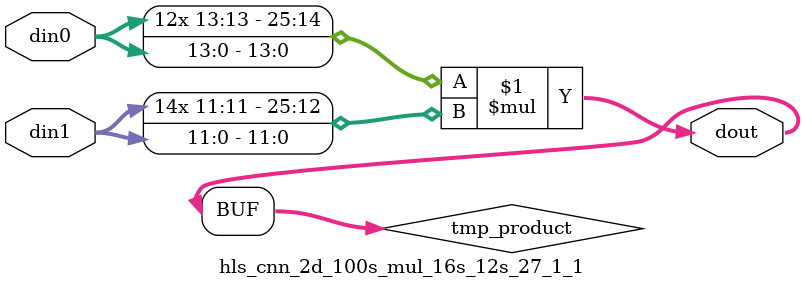
<source format=v>

`timescale 1 ns / 1 ps

  module hls_cnn_2d_100s_mul_16s_12s_27_1_1(din0, din1, dout);
parameter ID = 1;
parameter NUM_STAGE = 0;
parameter din0_WIDTH = 14;
parameter din1_WIDTH = 12;
parameter dout_WIDTH = 26;

input [din0_WIDTH - 1 : 0] din0; 
input [din1_WIDTH - 1 : 0] din1; 
output [dout_WIDTH - 1 : 0] dout;

wire signed [dout_WIDTH - 1 : 0] tmp_product;













assign tmp_product = $signed(din0) * $signed(din1);








assign dout = tmp_product;







endmodule

</source>
